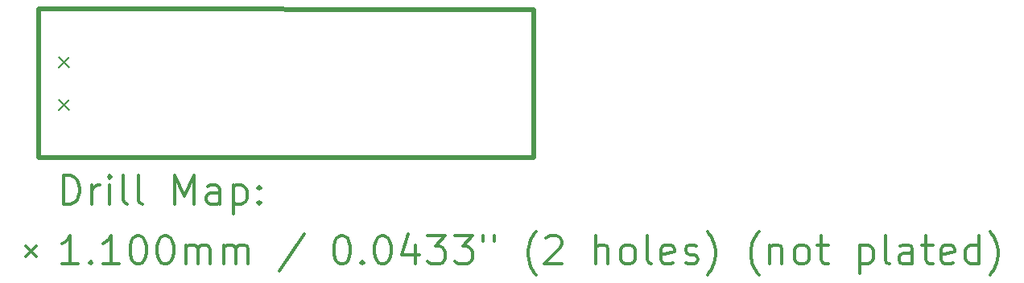
<source format=gbr>
%FSLAX45Y45*%
G04 Gerber Fmt 4.5, Leading zero omitted, Abs format (unit mm)*
G04 Created by KiCad (PCBNEW (5.1.10)-1) date 2022-01-25 20:11:52*
%MOMM*%
%LPD*%
G01*
G04 APERTURE LIST*
%TA.AperFunction,Profile*%
%ADD10C,0.500000*%
%TD*%
%ADD11C,0.200000*%
%ADD12C,0.300000*%
G04 APERTURE END LIST*
D10*
X16530000Y-9690000D02*
X16530000Y-8130000D01*
X11320000Y-9690000D02*
X16530000Y-9690000D01*
X11320000Y-9510000D02*
X11320000Y-9690000D01*
X11320000Y-8285000D02*
X11320000Y-9510000D01*
X11320000Y-8125000D02*
X16530000Y-8130000D01*
X11320000Y-8285000D02*
X11320000Y-8125000D01*
D11*
X11535000Y-8630000D02*
X11645000Y-8740000D01*
X11645000Y-8630000D02*
X11535000Y-8740000D01*
X11535000Y-9080000D02*
X11645000Y-9190000D01*
X11645000Y-9080000D02*
X11535000Y-9190000D01*
D12*
X11581428Y-10180714D02*
X11581428Y-9880714D01*
X11652857Y-9880714D01*
X11695714Y-9895000D01*
X11724286Y-9923572D01*
X11738571Y-9952143D01*
X11752857Y-10009286D01*
X11752857Y-10052143D01*
X11738571Y-10109286D01*
X11724286Y-10137857D01*
X11695714Y-10166429D01*
X11652857Y-10180714D01*
X11581428Y-10180714D01*
X11881428Y-10180714D02*
X11881428Y-9980714D01*
X11881428Y-10037857D02*
X11895714Y-10009286D01*
X11910000Y-9995000D01*
X11938571Y-9980714D01*
X11967143Y-9980714D01*
X12067143Y-10180714D02*
X12067143Y-9980714D01*
X12067143Y-9880714D02*
X12052857Y-9895000D01*
X12067143Y-9909286D01*
X12081428Y-9895000D01*
X12067143Y-9880714D01*
X12067143Y-9909286D01*
X12252857Y-10180714D02*
X12224286Y-10166429D01*
X12210000Y-10137857D01*
X12210000Y-9880714D01*
X12410000Y-10180714D02*
X12381428Y-10166429D01*
X12367143Y-10137857D01*
X12367143Y-9880714D01*
X12752857Y-10180714D02*
X12752857Y-9880714D01*
X12852857Y-10095000D01*
X12952857Y-9880714D01*
X12952857Y-10180714D01*
X13224286Y-10180714D02*
X13224286Y-10023572D01*
X13210000Y-9995000D01*
X13181428Y-9980714D01*
X13124286Y-9980714D01*
X13095714Y-9995000D01*
X13224286Y-10166429D02*
X13195714Y-10180714D01*
X13124286Y-10180714D01*
X13095714Y-10166429D01*
X13081428Y-10137857D01*
X13081428Y-10109286D01*
X13095714Y-10080714D01*
X13124286Y-10066429D01*
X13195714Y-10066429D01*
X13224286Y-10052143D01*
X13367143Y-9980714D02*
X13367143Y-10280714D01*
X13367143Y-9995000D02*
X13395714Y-9980714D01*
X13452857Y-9980714D01*
X13481428Y-9995000D01*
X13495714Y-10009286D01*
X13510000Y-10037857D01*
X13510000Y-10123572D01*
X13495714Y-10152143D01*
X13481428Y-10166429D01*
X13452857Y-10180714D01*
X13395714Y-10180714D01*
X13367143Y-10166429D01*
X13638571Y-10152143D02*
X13652857Y-10166429D01*
X13638571Y-10180714D01*
X13624286Y-10166429D01*
X13638571Y-10152143D01*
X13638571Y-10180714D01*
X13638571Y-9995000D02*
X13652857Y-10009286D01*
X13638571Y-10023572D01*
X13624286Y-10009286D01*
X13638571Y-9995000D01*
X13638571Y-10023572D01*
X11185000Y-10620000D02*
X11295000Y-10730000D01*
X11295000Y-10620000D02*
X11185000Y-10730000D01*
X11738571Y-10810714D02*
X11567143Y-10810714D01*
X11652857Y-10810714D02*
X11652857Y-10510714D01*
X11624286Y-10553572D01*
X11595714Y-10582143D01*
X11567143Y-10596429D01*
X11867143Y-10782143D02*
X11881428Y-10796429D01*
X11867143Y-10810714D01*
X11852857Y-10796429D01*
X11867143Y-10782143D01*
X11867143Y-10810714D01*
X12167143Y-10810714D02*
X11995714Y-10810714D01*
X12081428Y-10810714D02*
X12081428Y-10510714D01*
X12052857Y-10553572D01*
X12024286Y-10582143D01*
X11995714Y-10596429D01*
X12352857Y-10510714D02*
X12381428Y-10510714D01*
X12410000Y-10525000D01*
X12424286Y-10539286D01*
X12438571Y-10567857D01*
X12452857Y-10625000D01*
X12452857Y-10696429D01*
X12438571Y-10753572D01*
X12424286Y-10782143D01*
X12410000Y-10796429D01*
X12381428Y-10810714D01*
X12352857Y-10810714D01*
X12324286Y-10796429D01*
X12310000Y-10782143D01*
X12295714Y-10753572D01*
X12281428Y-10696429D01*
X12281428Y-10625000D01*
X12295714Y-10567857D01*
X12310000Y-10539286D01*
X12324286Y-10525000D01*
X12352857Y-10510714D01*
X12638571Y-10510714D02*
X12667143Y-10510714D01*
X12695714Y-10525000D01*
X12710000Y-10539286D01*
X12724286Y-10567857D01*
X12738571Y-10625000D01*
X12738571Y-10696429D01*
X12724286Y-10753572D01*
X12710000Y-10782143D01*
X12695714Y-10796429D01*
X12667143Y-10810714D01*
X12638571Y-10810714D01*
X12610000Y-10796429D01*
X12595714Y-10782143D01*
X12581428Y-10753572D01*
X12567143Y-10696429D01*
X12567143Y-10625000D01*
X12581428Y-10567857D01*
X12595714Y-10539286D01*
X12610000Y-10525000D01*
X12638571Y-10510714D01*
X12867143Y-10810714D02*
X12867143Y-10610714D01*
X12867143Y-10639286D02*
X12881428Y-10625000D01*
X12910000Y-10610714D01*
X12952857Y-10610714D01*
X12981428Y-10625000D01*
X12995714Y-10653572D01*
X12995714Y-10810714D01*
X12995714Y-10653572D02*
X13010000Y-10625000D01*
X13038571Y-10610714D01*
X13081428Y-10610714D01*
X13110000Y-10625000D01*
X13124286Y-10653572D01*
X13124286Y-10810714D01*
X13267143Y-10810714D02*
X13267143Y-10610714D01*
X13267143Y-10639286D02*
X13281428Y-10625000D01*
X13310000Y-10610714D01*
X13352857Y-10610714D01*
X13381428Y-10625000D01*
X13395714Y-10653572D01*
X13395714Y-10810714D01*
X13395714Y-10653572D02*
X13410000Y-10625000D01*
X13438571Y-10610714D01*
X13481428Y-10610714D01*
X13510000Y-10625000D01*
X13524286Y-10653572D01*
X13524286Y-10810714D01*
X14110000Y-10496429D02*
X13852857Y-10882143D01*
X14495714Y-10510714D02*
X14524286Y-10510714D01*
X14552857Y-10525000D01*
X14567143Y-10539286D01*
X14581428Y-10567857D01*
X14595714Y-10625000D01*
X14595714Y-10696429D01*
X14581428Y-10753572D01*
X14567143Y-10782143D01*
X14552857Y-10796429D01*
X14524286Y-10810714D01*
X14495714Y-10810714D01*
X14467143Y-10796429D01*
X14452857Y-10782143D01*
X14438571Y-10753572D01*
X14424286Y-10696429D01*
X14424286Y-10625000D01*
X14438571Y-10567857D01*
X14452857Y-10539286D01*
X14467143Y-10525000D01*
X14495714Y-10510714D01*
X14724286Y-10782143D02*
X14738571Y-10796429D01*
X14724286Y-10810714D01*
X14710000Y-10796429D01*
X14724286Y-10782143D01*
X14724286Y-10810714D01*
X14924286Y-10510714D02*
X14952857Y-10510714D01*
X14981428Y-10525000D01*
X14995714Y-10539286D01*
X15010000Y-10567857D01*
X15024286Y-10625000D01*
X15024286Y-10696429D01*
X15010000Y-10753572D01*
X14995714Y-10782143D01*
X14981428Y-10796429D01*
X14952857Y-10810714D01*
X14924286Y-10810714D01*
X14895714Y-10796429D01*
X14881428Y-10782143D01*
X14867143Y-10753572D01*
X14852857Y-10696429D01*
X14852857Y-10625000D01*
X14867143Y-10567857D01*
X14881428Y-10539286D01*
X14895714Y-10525000D01*
X14924286Y-10510714D01*
X15281428Y-10610714D02*
X15281428Y-10810714D01*
X15210000Y-10496429D02*
X15138571Y-10710714D01*
X15324286Y-10710714D01*
X15410000Y-10510714D02*
X15595714Y-10510714D01*
X15495714Y-10625000D01*
X15538571Y-10625000D01*
X15567143Y-10639286D01*
X15581428Y-10653572D01*
X15595714Y-10682143D01*
X15595714Y-10753572D01*
X15581428Y-10782143D01*
X15567143Y-10796429D01*
X15538571Y-10810714D01*
X15452857Y-10810714D01*
X15424286Y-10796429D01*
X15410000Y-10782143D01*
X15695714Y-10510714D02*
X15881428Y-10510714D01*
X15781428Y-10625000D01*
X15824286Y-10625000D01*
X15852857Y-10639286D01*
X15867143Y-10653572D01*
X15881428Y-10682143D01*
X15881428Y-10753572D01*
X15867143Y-10782143D01*
X15852857Y-10796429D01*
X15824286Y-10810714D01*
X15738571Y-10810714D01*
X15710000Y-10796429D01*
X15695714Y-10782143D01*
X15995714Y-10510714D02*
X15995714Y-10567857D01*
X16110000Y-10510714D02*
X16110000Y-10567857D01*
X16552857Y-10925000D02*
X16538571Y-10910714D01*
X16510000Y-10867857D01*
X16495714Y-10839286D01*
X16481428Y-10796429D01*
X16467143Y-10725000D01*
X16467143Y-10667857D01*
X16481428Y-10596429D01*
X16495714Y-10553572D01*
X16510000Y-10525000D01*
X16538571Y-10482143D01*
X16552857Y-10467857D01*
X16652857Y-10539286D02*
X16667143Y-10525000D01*
X16695714Y-10510714D01*
X16767143Y-10510714D01*
X16795714Y-10525000D01*
X16810000Y-10539286D01*
X16824286Y-10567857D01*
X16824286Y-10596429D01*
X16810000Y-10639286D01*
X16638571Y-10810714D01*
X16824286Y-10810714D01*
X17181428Y-10810714D02*
X17181428Y-10510714D01*
X17310000Y-10810714D02*
X17310000Y-10653572D01*
X17295714Y-10625000D01*
X17267143Y-10610714D01*
X17224286Y-10610714D01*
X17195714Y-10625000D01*
X17181428Y-10639286D01*
X17495714Y-10810714D02*
X17467143Y-10796429D01*
X17452857Y-10782143D01*
X17438571Y-10753572D01*
X17438571Y-10667857D01*
X17452857Y-10639286D01*
X17467143Y-10625000D01*
X17495714Y-10610714D01*
X17538571Y-10610714D01*
X17567143Y-10625000D01*
X17581428Y-10639286D01*
X17595714Y-10667857D01*
X17595714Y-10753572D01*
X17581428Y-10782143D01*
X17567143Y-10796429D01*
X17538571Y-10810714D01*
X17495714Y-10810714D01*
X17767143Y-10810714D02*
X17738571Y-10796429D01*
X17724286Y-10767857D01*
X17724286Y-10510714D01*
X17995714Y-10796429D02*
X17967143Y-10810714D01*
X17910000Y-10810714D01*
X17881428Y-10796429D01*
X17867143Y-10767857D01*
X17867143Y-10653572D01*
X17881428Y-10625000D01*
X17910000Y-10610714D01*
X17967143Y-10610714D01*
X17995714Y-10625000D01*
X18010000Y-10653572D01*
X18010000Y-10682143D01*
X17867143Y-10710714D01*
X18124286Y-10796429D02*
X18152857Y-10810714D01*
X18210000Y-10810714D01*
X18238571Y-10796429D01*
X18252857Y-10767857D01*
X18252857Y-10753572D01*
X18238571Y-10725000D01*
X18210000Y-10710714D01*
X18167143Y-10710714D01*
X18138571Y-10696429D01*
X18124286Y-10667857D01*
X18124286Y-10653572D01*
X18138571Y-10625000D01*
X18167143Y-10610714D01*
X18210000Y-10610714D01*
X18238571Y-10625000D01*
X18352857Y-10925000D02*
X18367143Y-10910714D01*
X18395714Y-10867857D01*
X18410000Y-10839286D01*
X18424286Y-10796429D01*
X18438571Y-10725000D01*
X18438571Y-10667857D01*
X18424286Y-10596429D01*
X18410000Y-10553572D01*
X18395714Y-10525000D01*
X18367143Y-10482143D01*
X18352857Y-10467857D01*
X18895714Y-10925000D02*
X18881428Y-10910714D01*
X18852857Y-10867857D01*
X18838571Y-10839286D01*
X18824286Y-10796429D01*
X18810000Y-10725000D01*
X18810000Y-10667857D01*
X18824286Y-10596429D01*
X18838571Y-10553572D01*
X18852857Y-10525000D01*
X18881428Y-10482143D01*
X18895714Y-10467857D01*
X19010000Y-10610714D02*
X19010000Y-10810714D01*
X19010000Y-10639286D02*
X19024286Y-10625000D01*
X19052857Y-10610714D01*
X19095714Y-10610714D01*
X19124286Y-10625000D01*
X19138571Y-10653572D01*
X19138571Y-10810714D01*
X19324286Y-10810714D02*
X19295714Y-10796429D01*
X19281428Y-10782143D01*
X19267143Y-10753572D01*
X19267143Y-10667857D01*
X19281428Y-10639286D01*
X19295714Y-10625000D01*
X19324286Y-10610714D01*
X19367143Y-10610714D01*
X19395714Y-10625000D01*
X19410000Y-10639286D01*
X19424286Y-10667857D01*
X19424286Y-10753572D01*
X19410000Y-10782143D01*
X19395714Y-10796429D01*
X19367143Y-10810714D01*
X19324286Y-10810714D01*
X19510000Y-10610714D02*
X19624286Y-10610714D01*
X19552857Y-10510714D02*
X19552857Y-10767857D01*
X19567143Y-10796429D01*
X19595714Y-10810714D01*
X19624286Y-10810714D01*
X19952857Y-10610714D02*
X19952857Y-10910714D01*
X19952857Y-10625000D02*
X19981428Y-10610714D01*
X20038571Y-10610714D01*
X20067143Y-10625000D01*
X20081428Y-10639286D01*
X20095714Y-10667857D01*
X20095714Y-10753572D01*
X20081428Y-10782143D01*
X20067143Y-10796429D01*
X20038571Y-10810714D01*
X19981428Y-10810714D01*
X19952857Y-10796429D01*
X20267143Y-10810714D02*
X20238571Y-10796429D01*
X20224286Y-10767857D01*
X20224286Y-10510714D01*
X20510000Y-10810714D02*
X20510000Y-10653572D01*
X20495714Y-10625000D01*
X20467143Y-10610714D01*
X20410000Y-10610714D01*
X20381428Y-10625000D01*
X20510000Y-10796429D02*
X20481428Y-10810714D01*
X20410000Y-10810714D01*
X20381428Y-10796429D01*
X20367143Y-10767857D01*
X20367143Y-10739286D01*
X20381428Y-10710714D01*
X20410000Y-10696429D01*
X20481428Y-10696429D01*
X20510000Y-10682143D01*
X20610000Y-10610714D02*
X20724286Y-10610714D01*
X20652857Y-10510714D02*
X20652857Y-10767857D01*
X20667143Y-10796429D01*
X20695714Y-10810714D01*
X20724286Y-10810714D01*
X20938571Y-10796429D02*
X20910000Y-10810714D01*
X20852857Y-10810714D01*
X20824286Y-10796429D01*
X20810000Y-10767857D01*
X20810000Y-10653572D01*
X20824286Y-10625000D01*
X20852857Y-10610714D01*
X20910000Y-10610714D01*
X20938571Y-10625000D01*
X20952857Y-10653572D01*
X20952857Y-10682143D01*
X20810000Y-10710714D01*
X21210000Y-10810714D02*
X21210000Y-10510714D01*
X21210000Y-10796429D02*
X21181428Y-10810714D01*
X21124286Y-10810714D01*
X21095714Y-10796429D01*
X21081428Y-10782143D01*
X21067143Y-10753572D01*
X21067143Y-10667857D01*
X21081428Y-10639286D01*
X21095714Y-10625000D01*
X21124286Y-10610714D01*
X21181428Y-10610714D01*
X21210000Y-10625000D01*
X21324286Y-10925000D02*
X21338571Y-10910714D01*
X21367143Y-10867857D01*
X21381428Y-10839286D01*
X21395714Y-10796429D01*
X21410000Y-10725000D01*
X21410000Y-10667857D01*
X21395714Y-10596429D01*
X21381428Y-10553572D01*
X21367143Y-10525000D01*
X21338571Y-10482143D01*
X21324286Y-10467857D01*
M02*

</source>
